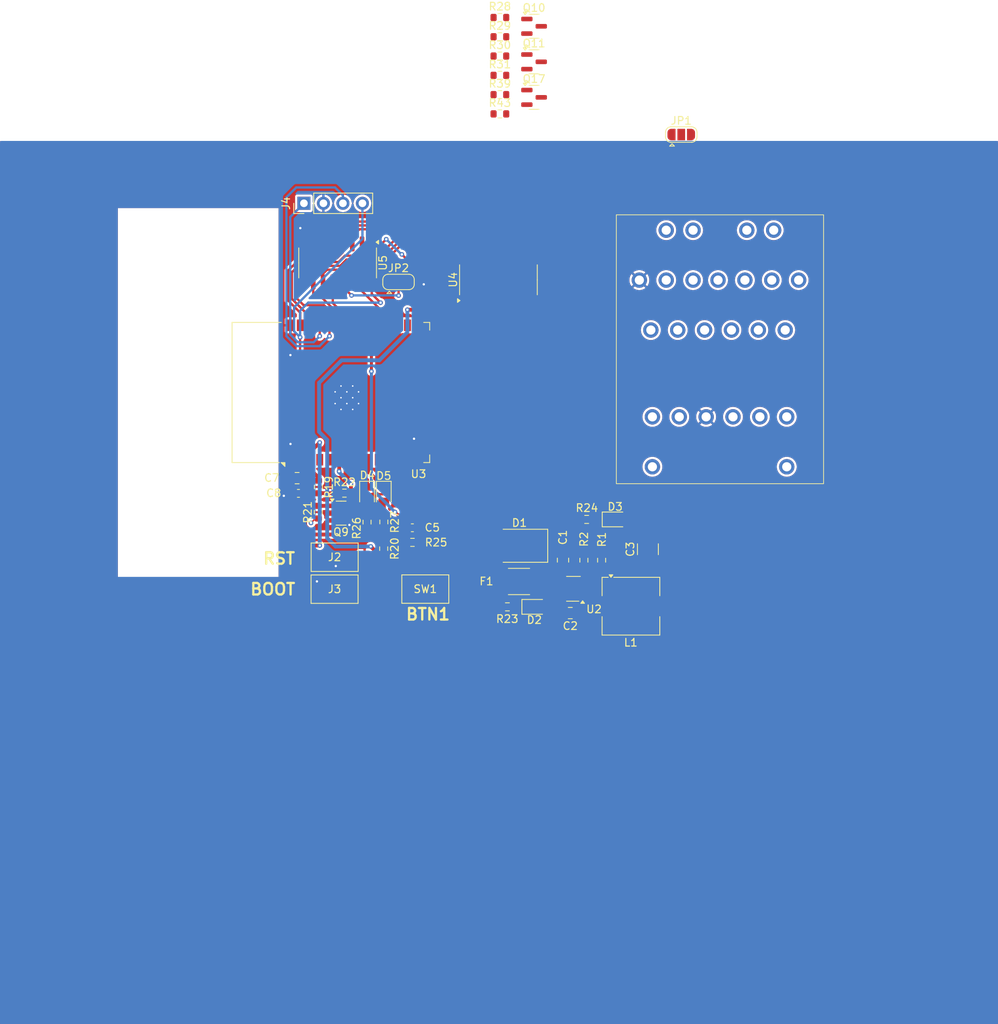
<source format=kicad_pcb>
(kicad_pcb (version 20241229) (generator "pcbnew") (generator_version "9.0")
  (layers (0 "F.Cu" signal) (2 "B.Cu" signal) (13 "F.Paste" user) (15 "B.Paste" user) (5 "F.SilkS" user "F.Silkscreen") (7 "B.SilkS" user "B.Silkscreen") (1 "F.Mask" user) (3 "B.Mask" user) (25 "Edge.Cuts" user))
  (net 0 "")
  (net 1 "Net-(D1-K)")
  (net 2 "GND")
  (net 3 "Net-(U2-CB)")
  (net 4 "Net-(U2-SW)")
  (net 5 "/3.3V")
  (net 6 "Net-(Q10-B)")
  (net 7 "Net-(U3-IO5)")
  (net 8 "Net-(D2-K)")
  (net 9 "Net-(D3-K)")
  (net 10 "/LED1")
  (net 11 "Net-(D4-A)")
  (net 12 "/LED2")
  (net 13 "Net-(D5-A)")
  (net 14 "/B+")
  (net 15 "/IG-")
  (net 16 "/FEN")
  (net 17 "/BUS+")
  (net 18 "/TSC")
  (net 19 "/TAB")
  (net 20 "/FBS")
  (net 21 "/FWS")
  (net 22 "/TEN")
  (net 23 "/TAC")
  (net 24 "/TAT")
  (net 25 "/BUSB")
  (net 26 "/MEN")
  (net 27 "/FSC")
  (net 28 "/TWS")
  (net 29 "/TBS")
  (net 30 "/FAC")
  (net 31 "/FAT")
  (net 32 "/TFA")
  (net 33 "/FAB")
  (net 34 "/BUS-")
  (net 35 "/F{slash}P")
  (net 36 "Net-(J4-Pin_3)")
  (net 37 "Net-(J4-Pin_1)")
  (net 38 "Net-(U2-FB)")
  (net 39 "Net-(J2-Pin_2)")
  (net 40 "Net-(J3-Pin_2)")
  (net 41 "/FAB3V3")
  (net 42 "/FAT3V3")
  (net 43 "/FBS3V3")
  (net 44 "/FSC3V3")
  (net 45 "/FEN3V3")
  (net 46 "/FAC3V3")
  (net 51 "/ESP32_TAT")
  (net 53 "/ESP32_TSC")
  (net 54 "/ESP32_TEN")
  (net 57 "/ESP32_TAB")
  (net 59 "/ESP32_TAC")
  (net 61 "/ESP32_TFA")
  (net 63 "/IG-3V3")
  (net 65 "/ESP32_FP")
  (net 66 "/ESP32_TBS")
  (net 67 "Net-(Q11-B)")
  (net 68 "Net-(Q17-B)")
  (net 69 "Net-(JP1-C)")
  (net 70 "Net-(JP2-C)")
  (net 71 "Net-(Q9-B)")
  (footprint "Package_SO:SOIC-16_3.9x9.9mm_P1.27mm" (layer "F.Cu") (at 93.98 55.88 -90)
    (property "Reference" "U5")
    (property "Value" "MC14504B")
  )
  (footprint "Package_TO_SOT_SMD:SOT-23-6_Handsoldering" (layer "F.Cu") (at 124.695 98.3025 180)
    (property "Reference" "U2")
    (property "Value" "~")
  )
  (footprint "Resistor_SMD:R_0603_1608Metric" (layer "F.Cu") (at 115.115 28.955)
    (property "Reference" "R30")
    (property "Value" "1k")
  )
  (footprint "Resistor_SMD:R_0603_1608Metric_Pad0.98x0.95mm_HandSolder" (layer "F.Cu") (at 128.365 94.58 -90)
    (property "Reference" "R1")
    (property "Value" "47k")
  )
  (footprint "Capacitor_SMD:C_0603_1608Metric" (layer "F.Cu") (at 103.715 90.36)
    (property "Reference" "C5")
    (property "Value" "100nF")
  )
  (footprint "Capacitor_SMD:C_0805_2012Metric" (layer "F.Cu") (at 123.335 94.5725 -90)
    (property "Reference" "C1")
    (property "Value" "2.2uF")
  )
  (footprint "Resistor_SMD:R_0603_1608Metric" (layer "F.Cu") (at 115.115 31.465)
    (property "Reference" "R31")
    (property "Value" "10k")
  )
  (footprint "Package_TO_SOT_SMD:SOT-23" (layer "F.Cu") (at 119.565 34.33)
    (property "Reference" "Q17")
    (property "Value" "Q_NPN_BEC")
  )
  (footprint "Resistor_SMD:R_0603_1608Metric_Pad0.98x0.95mm_HandSolder" (layer "F.Cu") (at 126.055 94.58 90)
    (property "Reference" "R2")
    (property "Value" "15k")
  )
  (footprint "Resistor_SMD:R_0603_1608Metric_Pad0.98x0.95mm_HandSolder" (layer "F.Cu") (at 116.0925 100.6525 180)
    (property "Reference" "R23")
    (property "Value" "4.7k")
  )
  (footprint "LED_SMD:LED_0805_2012Metric" (layer "F.Cu") (at 99.99 85.9925 -90)
    (property "Reference" "D5")
    (property "Value" "YELLOW_LED")
  )
  (footprint "Capacitor_SMD:C_0805_2012Metric" (layer "F.Cu") (at 88.7 83.9 180)
    (property "Reference" "C7")
    (property "Value" "10uF")
  )
  (footprint "Resistor_SMD:R_0603_1608Metric" (layer "F.Cu") (at 99.98 93.075 -90)
    (property "Reference" "R20")
    (property "Value" "10k")
  )
  (footprint "Fuse:Fuse_1812_4532Metric_Pad1.30x3.40mm_HandSolder" (layer "F.Cu") (at 117.605 97.3525)
    (property "Reference" "F1")
    (property "Value" "350mA")
  )
  (footprint "Inductor_SMD:L_Coilcraft_MSS7348-XXX" (layer "F.Cu") (at 132.185 100.5675)
    (property "Reference" "L1")
    (property "Value" "15uH")
  )
  (footprint "Resistor_SMD:R_0603_1608Metric" (layer "F.Cu") (at 115.115 26.445)
    (property "Reference" "R29")
    (property "Value" "10k")
  )
  (footprint "Resistor_SMD:R_0603_1608Metric" (layer "F.Cu") (at 103.725 92.26)
    (property "Reference" "R25")
    (property "Value" "10k")
  )
  (footprint "Resistor_SMD:R_0603_1608Metric_Pad0.98x0.95mm_HandSolder" (layer "F.Cu") (at 97.81 89.6225 -90)
    (property "Reference" "R26")
    (property "Value" "470")
  )
  (footprint "Package_TO_SOT_SMD:SOT-23" (layer "F.Cu") (at 119.565 25.08)
    (property "Reference" "Q10")
    (property "Value" "Q_NPN_BEC")
  )
  (footprint "Jumper:SolderJumper-3_P1.3mm_Open_RoundedPad1.0x1.5mm" (layer "F.Cu") (at 101.91 58.36)
    (property "Reference" "JP2")
    (property "Value" "SolderJumper_3_Open")
  )
  (footprint "LED_SMD:LED_0805_2012Metric" (layer "F.Cu") (at 130.1275 89.2725)
    (property "Reference" "D3")
    (property "Value" "YELLOW_LED")
  )
  (footprint "Capacitor_SMD:C_0603_1608Metric" (layer "F.Cu") (at 88.875 85.88 180)
    (property "Reference" "C8")
    (property "Value" "100nF")
  )
  (footprint "Package_TO_SOT_SMD:SOT-23" (layer "F.Cu") (at 94.4325 88.45)
    (property "Reference" "Q9")
    (property "Value" "Q_NPN_BEC")
  )
  (footprint "Package_SO:SOIC-16_3.9x9.9mm_P1.27mm" (layer "F.Cu") (at 114.925 58.08 90)
    (property "Reference" "U4")
    (property "Value" "MC14504B")
  )
  (footprint "LED_SMD:LED_0805_2012Metric" (layer "F.Cu") (at 97.81 85.9875 -90)
    (property "Reference" "D4")
    (property "Value" "YELLOW_LED")
  )
  (footprint "Capacitor_SMD:C_0805_2012Metric" (layer "F.Cu") (at 124.285 101.4625 180)
    (property "Reference" "C2")
    (property "Value" "100nF")
  )
  (footprint "mykicad_6:MazdaNADiag" (layer "F.Cu") (at 143.53 64.62)
    (property "Reference" "J1" (hide yes))
    (property "Value" "Conn_01x25" (hide yes))
  )
  (footprint "Capacitor_SMD:C_1210_3225Metric_Pad1.33x2.70mm_HandSolder" (layer "F.Cu") (at 134.395 93.1525 90)
    (property "Reference" "C3")
    (property "Value" "22uF")
  )
  (footprint "Resistor_SMD:R_0603_1608Metric_Pad0.98x0.95mm_HandSolder" (layer "F.Cu") (at 100 89.6025 -90)
    (property "Reference" "R27")
    (property "Value" "470")
  )
  (footprint "Package_TO_SOT_SMD:SOT-23" (layer "F.Cu") (at 119.565 29.705)
    (property "Reference" "Q11")
    (property "Value" "Q_NPN_BEC")
  )
  (footprint "Connector_PinHeader_2.54mm:PinHeader_1x04_P2.54mm_Vertical" (layer "F.Cu") (at 89.59 48.12 90)
    (property "Reference" "J4")
    (property "Value" "UART")
  )
  (footprint "RF_Module:ESP32-WROOM-32" (layer "F.Cu") (at 96.09 72.75 90)
    (property "Reference" "U3")
    (property "Value" "ESP32-WROOM-32")
  )
  (footprint "Button_Switch_SMD:SW_SPST_CK_RS282G05A3" (layer "F.Cu") (at 105.4 98.34)
    (property "Reference" "SW1")
    (property "Value" "SW_Push")
  )
  (footprint "Button_Switch_SMD:SW_SPST_CK_RS282G05A3" (layer "F.Cu") (at 93.59 94.19 180)
    (property "Reference" "J2")
    (property "Value" "RST")
  )
  (footprint "Resistor_SMD:R_0603_1608Metric" (layer "F.Cu") (at 115.115 23.935)
    (property "Reference" "R28")
    (property "Value" "1k")
  )
  (footprint "Resistor_SMD:R_0603_1608Metric_Pad0.98x0.95mm_HandSolder" (layer "F.Cu") (at 126.4175 89.2725 180)
    (property "Reference" "R24")
    (property "Value" "470")
  )
  (footprint "Resistor_SMD:R_0603_1608Metric" (layer "F.Cu") (at 115.115 33.975)
    (property "Reference" "R39")
    (property "Value" "1k")
  )
  (footprint "Resistor_SMD:R_0603_1608Metric" (layer "F.Cu") (at 91.48 85.045 90)
    (property "Reference" "R19")
    (property "Value" "10k")
  )
  (footprint "Resistor_SMD:R_0603_1608Metric" (layer "F.Cu") (at 94.865 85.85)
    (property "Reference" "R22")
    (property "Value" "10k")
  )
  (footprint "Button_Switch_SMD:SW_SPST_CK_RS282G05A3" (layer "F.Cu") (at 93.58 98.35)
    (property "Reference" "J3")
    (property "Value" "BOOT")
  )
  (footprint "Jumper:SolderJumper-3_P1.3mm_Open_RoundedPad1.0x1.5mm" (layer "F.Cu") (at 138.74 39.17)
    (property "Reference" "JP1")
    (property "Value" "SolderJumper_3_Open")
  )
  (footprint "Diode_SMD:D_SMB" (layer "F.Cu") (at 117.685 92.7025 180)
    (property "Reference" "D1")
    (property "Value" "D")
  )
  (footprint "LED_SMD:LED_0805_2012Metric" (layer "F.Cu") (at 119.6675 100.6525)
    (property "Reference" "D2")
    (property "Value" "RED_LED")
  )
  (footprint "Resistor_SMD:R_0603_1608Metric" (layer "F.Cu") (at 115.115 36.485)
    (property "Reference" "R43")
    (property "Value" "10k")
  )
  (footprint "Resistor_SMD:R_0603_1608Metric" (layer "F.Cu") (at 91.46 88.33 90)
    (property "Reference" "R21")
    (property "Value" "1k")
  )
  (gr_text "BOOT" (at 82.44 99.24 0) (layer "F.SilkS") (effects (font (size 1.5 1.5) (thickness 0.3) (bold yes)) (justify left bottom)))
  (gr_text "RST\n" (at 84.12 95.24 0) (layer "F.SilkS") (effects (font (size 1.5 1.5) (thickness 0.3) (bold yes)) (justify left bottom)))
  (gr_text "BTN1" (at 102.73 102.5 0) (layer "F.SilkS") (effects (font (size 1.5 1.5) (thickness 0.3) (bold yes)) (justify left bottom)))
  (segment (start 120.605 100.6525) (end 119.805 99.8525) (width 0.3) (layer "F.Cu") (net 1))
  (segment (start 119.83 97.3525) (end 123.345 97.3525) (width 0.5) (layer "F.Cu") (net 1))
  (segment (start 119.805 99.8525) (end 119.805 97.3775) (width 0.3) (layer "F.Cu") (net 1))
  (segment (start 119.83 97.3525) (end 119.83 92.7075) (width 0.8) (layer "F.Cu") (net 1))
  (segment (start 119.83 92.7075) (end 119.835 92.7025) (width 0.8) (layer "F.Cu") (net 1))
  (segment (start 123.335 97.3425) (end 123.345 97.3525) (width 0.5) (layer "F.Cu") (net 1))
  (segment (start 119.805 97.3775) (end 119.83 97.3525) (width 0.3) (layer "F.Cu") (net 1))
  (segment (start 123.335 95.5225) (end 123.335 97.3425) (width 0.5) (layer "F.Cu") (net 1))
  (segment (start 94.92 89.4) (end 95.51 89.99) (width 0.5) (layer "F.Cu") (net 2))
  (segment (start 97.49 94.19) (end 97.45 94.15) (width 0.5) (layer "F.Cu") (net 2))
  (segment (start 89.69 98.36) (end 90.26 98.36) (width 0.5) (layer "F.Cu") (net 2))
  (segment (start 90.26 98.36) (end 91.28 97.34) (width 0.5) (layer "F.Cu") (net 2))
  (segment (start 89.535 51.765) (end 89.12 51.35) (width 0.3) (layer "F.Cu") (net 2))
  (segment (start 89.535 53.405) (end 89.535 51.765) (width 0.3) (layer "F.Cu") (net 2))
  (segment (start 87.83 81.51) (end 87.84 81.5) (width 0.5) (layer "F.Cu") (net 2))
  (segment (start 93.495 89.4) (end 94.92 89.4) (width 0.5) (layer "F.Cu") (net 2))
  (segment (start 94.93 94.15) (end 93.74 95.34) (width 0.5) (layer "F.Cu") (net 2))
  (segment (start 88.1 85.88) (end 87.29 85.88) (width 0.5) (layer "F.Cu") (net 2))
  (segment (start 103.21 58.36) (end 104.89 58.36) (width 0.7) (layer "F.Cu") (net 2))
  (segment (start 104.24 78.46) (end 103.93 78.77) (width 0.3) (layer "F.Cu") (net 2))
  (segment (start 87.83 64.01) (end 87.84 64) (width 0.3) (layer "F.Cu") (net 2))
  (segment (start 89.68 98.35) (end 89.69 98.36) (width 0.5) (layer "F.Cu") (net 2))
  (segment (start 87.83 67.88) (end 87.83 64.01) (width 0.3) (layer "F.Cu") (net 2))
  (segment (start 97.45 94.15) (end 94.93 94.15) (width 0.5) (layer "F.Cu") (net 2))
  (segment (start 105.6 78.46) (end 104.24 78.46) (width 0.3) (layer "F.Cu") (net 2))
  (segment (start 87.29 85.88) (end 86.97 86.2) (width 0.5) (layer "F.Cu") (net 2))
  (segment (start 104.89 58.36) (end 105.2 58.67) (width 0.7) (layer "F.Cu") (net 2))
  (segment (start 87.84 81.5) (end 87.84 79.45) (width 0.5) (layer "F.Cu") (net 2))
  (via (at 105.2 58.67) (size 0.6) (drill 0.3) (layers "F.Cu" "B.Cu") (net 2))
  (via (at 103.93 78.77) (size 0.6) (drill 0.3) (layers "F.Cu" "B.Cu") (net 2))
  (via (at 89.12 51.35) (size 0.6) (drill 0.3) (layers "F.Cu" "B.Cu") (net 2))
  (via (at 87.83 67.88) (size 0.6) (drill 0.3) (layers "F.Cu" "B.Cu") (net 2))
  (via (at 86.97 86.2) (size 0.6) (drill 0.3) (layers "F.Cu" "B.Cu") (net 2))
  (via (at 91.28 97.34) (size 0.6) (drill 0.3) (layers "F.Cu" "B.Cu") (net 2))
  (via (at 93.74 95.34) (size 0.6) (drill 0.3) (layers "F.Cu" "B.Cu") (net 2))
  (via (at 95.51 89.99) (size 0.6) (drill 0.3) (layers "F.Cu" "B.Cu") (net 2))
  (via (at 87.84 79.45) (size 0.6) (drill 0.3) (layers "F.Cu" "B.Cu") (net 2))
  (segment (start 126.045 100.6525) (end 125.235 101.4625) (width 0.5) (layer "F.Cu") (net 3))
  (segment (start 126.045 99.2525) (end 126.045 100.6525) (width 0.5) (layer "F.Cu") (net 3))
  (segment (start 123.335 101.4625) (end 123.335 103.3825) (width 0.7) (layer "F.Cu") (net 4))
  (segment (start 123.335 103.3825) (end 124.125 104.1725) (width 0.7) (layer "F.Cu") (net 4))
  (segment (start 124.125 104.1725) (end 128.625 104.1725) (width 0.7) (layer "F.Cu") (net 4))
  (segment (start 129.585 103.2125) (end 129.585 100.5675) (width 0.7) (layer "F.Cu") (net 4))
  (segment (start 128.625 104.1725) (end 129.585 103.2125) (width 0.7) (layer "F.Cu") (net 4))
  (segment (start 123.345 101.4525) (end 123.335 101.4625) (width 0.7) (layer "F.Cu") (net 4))
  (segment (start 123.335 99.2625) (end 123.345 99.2525) (width 0.5) (layer "F.Cu") (net 4))
  (segment (start 123.345 99.2525) (end 123.345 101.4525) (width 0.7) (layer "F.Cu") (net 4))
  (segment (start 89.09 65.56) (end 89.09 81.48) (width 0.3) (layer "F.Cu") (net 5))
  (segment (start 90.9 91.24) (end 89.65 89.99) (width 0.5) (layer "F.Cu") (net 5))
  (segment (start 99.98 92.25) (end 99.98 90.535) (width 0.5) (layer "F.Cu") (net 5))
  (segment (start 89.11 83.36) (end 89.11 81.5) (width 0.5) (layer "F.Cu") (net 5))
  (segment (start 131.1775 94.715) (end 130.13 93.6675) (width 0.7) (layer "F.Cu") (net 5))
  (segment (start 91.5 85.85) (end 91.48 85.87) (width 0.5) (layer "F.Cu") (net 5))
  (segment (start 87.55 92.09) (end 89.65 89.99) (width 0.7) (layer "F.Cu") (net 5))
  (segment (start 99.99 92.26) (end 99.98 92.25) (width 0.5) (layer "F.Cu") (net 5))
  (segment (start 131.065 92.7325) (end 130.13 93.6675) (width 0.7) (layer "F.Cu") (net 5))
  (segment (start 97.69 91.24) (end 90.9 91.24) (width 0.5) (layer "F.Cu") (net 5))
  (segment (start 134.785 100.5675) (end 134.785 95.105) (width 0.7) (layer "F.Cu") (net 5))
  (segment (start 97.69 91.24) (end 97.81 91.12) (width 0.5) (layer "F.Cu") (net 5))
  (segment (start 89.65 85.88) (end 89.65 83.9) (width 0.5) (layer "F.Cu") (net 5))
  (segment (start 97.81 90.535) (end 97.81 90.64) (width 0.5) (layer "F.Cu") (net 5))
  (segment (start 128.365 93.6675) (end 130.13 93.6675) (width 0.7) (layer "F.Cu") (net 5))
  (segment (start 91.48 85.87) (end 89.66 85.87) (width 0.5) (layer "F.Cu") (net 5))
  (segment (start 97.81 90.64) (end 97.77 90.68) (width 0.5) (layer "F.Cu") (net 5))
  (segment (start 89.66 85.87) (end 89.65 85.88) (width 0.5) (layer "F.Cu") (net 5))
  (segment (start 134.785 104.925) (end 134.15 105.56) (width 0.7) (layer "F.Cu") (net 5))
  (segment (start 131.065 89.2725) (end 131.065 92.7325) (width 0.7) (layer "F.Cu") (net 5))
  (segment (start 97.81 90.535) (end 99.98 90.535) (width 0.5) (layer "F.Cu") (net 5))
  (segment (start 99.98 90.535) (end 100 90.515) (width 0.5) (layer "F.Cu") (net 5))
  (segment (start 98.425 59.91576) (end 99.56962 61.06038) (width 0.3) (layer "F.Cu") (net 5))
  (segment (start 97.81 91.12) (end 97.81 90.535) (width 0.5) (layer "F.Cu") (net 5))
  (segment (start 134.395 94.715) (end 131.1775 94.715) (width 0.7) (layer "F.Cu") (net 5))
  (segment (start 102.9 92.26) (end 99.99 92.26) (width 0.5) (layer "F.Cu") (net 5))
  (segment (start 89.35 105.56) (end 87.55 103.76) (width 0.7) (layer "F.Cu") (net 5))
  (segment (start 98.425 58.355) (end 98.425 59.91576) (width 0.3) (layer "F.Cu") (net 5))
  (segment (start 89.09 81.48) (end 89.11 81.5) (width 0.3) (layer "F.Cu") (net 5))
  (segment (start 89.65 89.99) (end 89.65 85.88) (width 0.7) (layer "F.Cu") (net 5))
  (segment (start 89.65 83.9) (end 89.11 83.36) (width 0.5) (layer "F.Cu") (net 5))
  (segment (start 134.15 105.56) (end 89.35 105.56) (width 0.7) (layer "F.Cu") (net 5))
  (segment (start 134.785 100.5675) (end 134.785 104.925) (width 0.7) (layer "F.Cu") (net 5))
  (segment (start 100.61 58.36) (end 98.43 58.36) (width 0.3) (layer "F.Cu") (net 5))
  (segment (start 87.55 103.76) (end 87.55 92.09) (width 0.7) (layer "F.Cu") (net 5))
  (segment (start 98.43 58.36) (end 98.425 58.355) (width 0.3) (layer "F.Cu") (net 5))
  (segment (start 94.04 85.85) (end 91.5 85.85) (width 0.5) (layer "F.Cu") (net 5))
  (segment (start 134.785 95.105) (end 134.395 94.715) (width 0.7) (layer "F.Cu") (net 5))
  (via (at 89.09 65.56) (size 0.6) (drill 0.3) (layers "F.Cu" "B.Cu") (net 5))
  (via (at 99.56962 61.06038) (size 0.6) (drill 0.3) (layers "F.Cu" "B.Cu") (net 5))
  (segment (start 88.31 64.78) (end 88.31 61.66) (width 0.3) (layer "B.Cu") (net 5))
  (segment (start 88.31 61.66) (end 97.21 52.76) (width 0.3) (layer "B.Cu") (net 5))
  (segment (start 89.09 62.11) (end 90.15 61.05) (width 0.3) (layer "B.Cu") (net 5))
  (segment (start 90.15 61.05) (end 99.55924 61.05) (width 0.3) (layer "B.Cu") (net 5))
  (segment (start 89.09 65.56) (end 88.31 64.78) (width 0.3) (layer "B.Cu") (net 5))
  (segment (start 89.09 65.56) (end 89.09 62.11) (width 0.3) (layer "B.Cu") (net 5))
  (segment (start 97.21 52.76) (end 97.21 48.12) (width 0.3) (layer "B.Cu") (net 5))
  (segment (start 99.55924 61.05) (end 99.56962 61.06038) (width 0.3) (layer "B.Cu") (net 5))
  (segment (start 101.84 88.69) (end 102.82 88.69) (width 0.4) (layer "F.Cu") (net 7))
  (segment (start 98.38 70) (end 98.38 66.75) (width 0.4) (layer "F.Cu") (net 7))
  (segment (start 101.45 88.3) (end 101.84 88.69) (width 0.4) (layer "F.Cu") (net 7))
  (segment (start 104.55 93.16) (end 104.55 92.26) (width 0.5) (layer "F.Cu") (net 7))
  (segment (start 101.5 98.34) (end 101.5 96.21) (width 0.5) (layer "F.Cu") (net 7))
  (segment (start 101.45 88.3) (end 101.45 88.31) (width 0.4) (layer "F.Cu") (net 7))
  (segment (start 99.27 65.86) (end 99.27 64) (width 0.4) (layer "F.Cu") (net 7))
  (segment (start 98.38 66.75) (end 99.27 65.86) (width 0.4) (layer "F.Cu") (net 7))
  (segment (start 104.55 92.26) (end 104.55 90.42) (width 0.5) (layer "F.Cu") (net 7))
  (segment (start 102.82 88.69) (end 104.49 90.36) (width 0.4) (layer "F.Cu") (net 7))
  (segment (start 101.5 96.21) (end 104.55 93.16) (width 0.5) (layer "F.Cu") (net 7))
  (segment (start 104.55 90.42) (end 104.49 90.36) (width 0.5) (layer "F.Cu") (net 7))
  (via (at 98.38 70) (size 0.6) (drill 0.3) (layers "F.Cu" "B.Cu") (net 7))
  (via (at 101.45 88.31) (size 0.6) (drill 0.3) (layers "F.Cu" "B.Cu") (net 7))
  (segment (start 101.45 88.31) (end 98.38 85.24) (width 0.4) (layer "B.Cu") (net 7))
  (segment (start 98.38 85.24) (end 98.38 70) (width 0.4) (layer "B.Cu") (net 7))
  (segment (start 117.005 100.6525) (end 118.73 100.6525) (width 0.3) (layer "F.Cu") (net 8))
  (segment (start 127.33 89.2725) (end 129.19 89.2725) (width 0.7) (layer "F.Cu") (net 9))
  (segment (start 97.81 85.05) (end 97.81 84.13) (width 0.5) (layer "F.Cu") (net 10))
  (segment (start 97.81 84.13) (end 96.73 83.05) (width 0.5) (layer "F.Cu") (net 10))
  (segment (start 96.73 83.05) (end 96.73 81.5) (width 0.5) (layer "F.Cu") (net 10))
  (segment (start 97.81 88.71) (end 97.81 86.925) (width 0.5) (layer "F.Cu") (net 11))
  (segment (start 98 81.5) (end 98 83.07) (width 0.5) (layer "F.Cu") (net 12))
  (segment (start 98 83.07) (end 99.985 85.055) (width 0.5) (layer "F.Cu") (net 12))
  (segment (start 99.985 85.055) (end 99.99 85.055) (width 0.5) (layer "F.Cu") (net 12))
  (segment (start 100 88.69) (end 100 86.94) (width 0.5) (layer "F.Cu") (net 13))
  (segment (start 100 86.94) (end 99.99 86.93) (width 0.5) (layer "F.Cu") (net 13))
  (segment (start 99.705 53.405) (end 100.31 52.8) (width 0.3) (layer "F.Cu") (net 14))
  (segment (start 98.425 53.405) (end 99.705 53.405) (width 0.3) (layer "F.Cu") (net 14))
  (segment (start 110.475 55.6) (end 110.48 55.605) (width 0.3) (layer "F.Cu") (net 14))
  (segment (start 102.34 54.77) (end 103.17 55.6) (width 0.3) (layer "F.Cu") (net 14))
  (segment (start 99.827 52.003) (end 106.15 52.003) (width 0.3) (layer "F.Cu") (net 14))
  (segment (start 103.17 55.6) (end 110.475 55.6) (width 0.3) (layer "F.Cu") (net 14))
  (segment (start 98.425 53.405) (end 99.827 52.003) (width 0.3) (layer "F.Cu") (net 14))
  (via (at 102.34 54.77) (size 0.6) (drill 0.3) (layers "F.Cu" "B.Cu") (net 14))
  (via (at 100.31 52.8) (size 0.6) (drill 0.3) (layers "F.Cu" "B.Cu") (net 14))
  (segment (start 102.28 54.77) (end 102.34 54.77) (width 0.3) (layer "B.Cu") (net 14))
  (segment (start 100.31 52.8) (end 102.28 54.77) (width 0.3) (layer "B.Cu") (net 14))
  (segment (start 91.46 89.155) (end 91.085 89.155) (width 0.2) (layer "F.Cu") (net 15))
  (segment (start 91.085 89.155) (end 90.51 89.73) (width 0.2) (layer "F.Cu") (net 15))
  (via (at 90.51 89.73) (size 0.6) (drill 0.3) (layers "F.Cu" "B.Cu") (net 15))
  (segment (start 95.885 52.430001) (end 96.813001 51.502) (width 0.3) (layer "F.Cu") (net 16))
  (segment (start 96.813001 51.502) (end 106.17 51.502) (width 0.3) (layer "F.Cu") (net 16))
  (segment (start 95.885 53.405) (end 95.885 52.430001) (width 0.3) (layer "F.Cu") (net 16))
  (segment (start 118.63 57.932) (end 119.439201 57.932) (width 0.3) (layer "F.Cu") (net 18))
  (segment (start 116.57 58.408239) (end 117.046239 57.932) (width 0.3) (layer "F.Cu") (net 18))
  (segment (start 119.439201 57.932) (end 120.250199 57.121) (width 0.3) (layer "F.Cu") (net 18))
  (segment (start 117.046239 57.932) (end 118.63 57.932) (width 0.3) (layer "F.Cu") (net 18))
  (segment (start 116.57 58.41) (end 116.57 58.408239) (width 0.3) (layer "F.Cu") (net 18))
  (segment (start 114.905 58.935) (end 116.045 58.935) (width 0.3) (layer "F.Cu") (net 18))
  (segment (start 114.29 59.55) (end 114.905 58.935) (width 0.3) (layer "F.Cu") (net 18))
  (segment (start 116.045 58.935) (end 116.57 58.41) (width 0.3) (layer "F.Cu") (net 18))
  (segment (start 120.250199 57.121) (end 124.62 57.121) (width 0.3) (layer "F.Cu") (net 18))
  (segment (start 114.29 60.555) (end 114.29 59.55) (width 0.3) (layer "F.Cu") (net 18))
  (segment (start 117.253759 58.433) (end 119.646723 58.433) (width 0.3) (layer "F.Cu") (net 19))
  (segment (start 120.45772 57.622) (end 124.59 57.622) (width 0.3) (layer "F.Cu") (net 19))
  (segment (start 119.646723 58.433) (end 120.45772 57.622) (width 0.3) (layer "F.Cu") (net 19))
  (segment (start 116.83 58.856759) (end 117.253759 58.433) (width 0.3) (layer "F.Cu") (net 19))
  (segment (start 116.83 60.555) (end 116.83 58.856759) (width 0.3) (layer "F.Cu") (net 19))
  (segment (start 93.345 52.430001) (end 94.774001 51.001) (width 0.3) (layer "F.Cu") (net 20))
  (segment (start 93.345 53.405) (end 93.345 52.430001) (width 0.3) (layer "F.Cu") (net 20))
  (segment (start 94.774001 51.001) (end 106.13 51.001) (width 0.3) (layer "F.Cu") (net 20))
  (segment (start 111.75 59.580001) (end 112.896001 58.434) (width 0.3) (layer "F.Cu") (net 22))
  (segment (start 117.399199 57.432) (end 117.400199 57.431) (width 0.3) (layer "F.Cu") (net 22))
  (segment (start 115.835719 58.434) (end 116.837719 57.432) (width 0.3) (layer "F.Cu") (net 22))
  (segment (start 116.837719 57.432) (end 117.399199 57.432) (width 0.3) (layer "F.Cu") (net 22))
  (segment (start 120.021 56.62) (end 124.64 56.62) (width 0.3) (layer "F.Cu") (net 22))
  (segment (start 120.021 56.641678) (end 120.021 56.62) (width 0.3) (layer "F.Cu") (net 22))
  (segment (start 111.75 60.555) (end 111.75 59.580001) (width 0.3) (layer "F.Cu") (net 22))
  (segment (start 117.400199 57.431) (end 119.231679 57.431) (width 0.3) (layer "F.Cu") (net 22))
  (segment (start 119.231679 57.431) (end 120.021 56.641678) (width 0.3) (layer "F.Cu") (net 22))
  (segment (start 112.896001 58.434) (end 115.835719 58.434) (width 0.3) (layer "F.Cu") (net 22))
  (segment (start 97.102561 56.443) (end 97.103561 56.442) (width 0.3) (layer "F.Cu") (net 27))
  (segment (start 95.885 57.015) (end 96.457 56.443) (width 0.3) (layer "F.Cu") (net 27))
  (segment (start 99.35652 56.442) (end 102.26652 53.532) (width 0.3) (layer "F.Cu") (net 27))
  (segment (start 102.42496 53.532) (end 102.43296 53.54) (width 0.3) (layer "F.Cu") (net 27))
  (segment (start 95.885 58.355) (end 95.885 57.015) (width 0.3) (layer "F.Cu") (net 27))
  (segment (start 102.26652 53.532) (end 102.42496 53.532) (width 0.3) (layer "F.Cu") (net 27))
  (segment (start 102.43296 53.54) (end 104.41 53.54) (width 0.3) (layer "F.Cu") (net 27))
  (segment (start 97.103561 56.442) (end 99.35652 56.442) (width 0.3) (layer "F.Cu") (net 27))
  (segment (start 104.41 53.54) (end 106.23 53.54) (width 0.3) (layer "F.Cu") (net 27))
  (segment (start 96.457 56.443) (end 97.102561 56.443) (width 0.3) (layer "F.Cu") (net 27))
  (segment (start 96.687521 55.441) (end 96.68852 55.44) (width 0.3) (layer "F.Cu") (net 30))
  (segment (start 95.13752 55.441) (end 96.687521 55.441) (width 0.3) (layer "F.Cu") (net 30))
  (segment (start 98.87 55.44) (end 101.8 52.51) (width 0.3) (layer "F.Cu") (net 30))
  (segment (start 101.8 52.51) (end 106.1 52.51) (width 0.3) (layer "F.Cu") (net 30))
  (segment (start 89.535 58.355) (end 89.535 57.380001) (width 0.3) (layer "F.Cu") (net 30))
  (segment (start 90.652001 56.263) (end 94.315521 56.263) (width 0.3) (layer "F.Cu") (net 30))
  (segment (start 94.315521 56.263) (end 95.13752 55.441) (width 0.3) (layer "F.Cu") (net 30))
  (segment (start 89.535 57.380001) (end 90.652001 56.263) (width 0.3) (layer "F.Cu") (net 30))
  (segment (start 106.1 52.51) (end 106.12 52.53) (width 0.3) (layer "F.Cu") (net 30))
  (segment (start 96.68852 55.44) (end 98.87 55.44) (width 0.3) (layer "F.Cu") (net 30))
  (segment (start 90.805 51.445) (end 91.75 50.5) (width 0.3) (layer "F.Cu") (net 31))
  (segment (start 90.805 53.405) (end 90.805 51.445) (width 0.3) (layer "F.Cu") (net 31))
  (segment (start 106.15 50.5) (end 106.17 50.48) (width 0.3) (layer "F.Cu") (net 31))
  (segment (start 91.75 50.5) (end 106.15 50.5) (width 0.3) (layer "F.Cu") (net 31))
  (segment (start 99.149 55.941) (end 101.49 53.6) (width 0.3) (layer "F.Cu") (net 33))
  (segment (start 102.059 53.031) (end 106.01 53.031) (width 0.3) (layer "F.Cu") (net 33))
  (segment (start 96.896042 55.941) (end 99.149 55.941) (width 0.3) (layer "F.Cu") (net 33))
  (segment (start 92.075 57.295) (end 92.606 56.764) (width 0.3) (layer "F.Cu") (net 33))
  (segment (start 94.523043 56.764) (end 95.34504 55.942) (width 0.3) (layer "F.Cu") (net 33))
  (segment (start 92.606 56.764) (end 94.523043 56.764) (width 0.3) (layer "F.Cu") (net 33))
  (segment (start 106.01 53.031) (end 106.1 53.030999) (width 0.3) (layer "F.Cu") (net 33))
  (segment (start 95.34504 55.942) (end 96.895041 55.942) (width 0.3) (layer "F.Cu") (net 33))
  (segment (start 92.075 58.355) (end 92.075 57.295) (width 0.3) (layer "F.Cu") (net 33))
  (segment (start 101.49 53.6) (end 102.059 53.031) (width 0.3) (layer "F.Cu") (net 33))
  (segment (start 96.895041 55.942) (end 96.896042 55.941) (width 0.3) (layer "F.Cu") (net 33))
  (segment (start 92.92 64) (end 92.92 65.41) (width 0.3) (layer "F.Cu") (net 36))
  (via (at 92.92 65.41) (size 0.6) (drill 0.3) (layers "F.Cu" "B.Cu") (net 36))
  (segment (start 91.618 66.712) (end 88.612826 66.712) (width 0.3) (layer "B.Cu") (net 36))
  (segment (start 94.67 47.09) (end 94.67 48.12) (width 0.3) (layer "B.Cu") (net 36))
  (segment (start 92.92 65.41) (end 91.618 66.712) (width 0.3) (layer "B.Cu") (net 36))
  (segment (start 87.308 47.342) (end 88.59 46.06) (width 0.3) (layer "B.Cu") (net 36))
  (segment (start 88.612826 66.712) (end 87.308 65.407175) (width 0.3) (layer "B.Cu") (net 36))
  (segment (start 87.308 65.407175) (end 87.308 47.342) (width 0.3) (layer "B.Cu") (net 36))
  (segment (start 93.64 46.06) (end 94.67 47.09) (width 0.3) (layer "B.Cu") (net 36))
  (segment (start 88.59 46.06) (end 93.64 46.06) (width 0.3) (layer "B.Cu") (net 36))
  (segment (start 91.65 65.41) (end 91.65 64) (width 0.3) (layer "F.Cu") (net 37))
  (via (at 91.65 65.41) (size 0.6) (drill 0.3) (layers "F.Cu" "B.Cu") (net 37))
  (segment (start 88.820346 66.211) (end 90.849 66.211) (width 0.3) (layer "B.Cu") (net 37))
  (segment (start 87.809 49.901) (end 87.809 65.199654) (width 0.3) (layer "B.Cu") (net 37))
  (segment (start 90.849 66.211) (end 91.65 65.41) (width 0.3) (layer "B.Cu") (net 37))
  (segment (start 89.59 48.12) (end 87.809 49.901) (width 0.3) (layer "B.Cu") (net 37))
  (segment (start 87.809 65.199654) (end 88.820346 66.211) (width 0.3) (layer "B.Cu") (net 37))
  (segment (start 126.045 97.3525) (end 126.045 95.6475) (width 0.5) (layer "F.Cu") (net 38))
  (segment (start 126.055 95.4925) (end 128.365 95.4925) (width 0.5) (layer "F.Cu") (net 38))
  (segment (start 128.36 95.4975) (end 128.365 95.4925) (width 0.5) (layer "F.Cu") (net 38))
  (segment (start 91.48 84.22) (end 91.48 83.82) (width 0.5) (layer "F.Cu") (net 39))
  (segment (start 90.41 81.53) (end 90.38 81.5) (width 0.5) (layer "F.Cu") (net 39))
  (segment (start 91.64 79.26) (end 90.38 80.52) (width 0.5) (layer "F.Cu") (net 39))
  (segment (start 90.38 82.72) (end 90.38 81.5) (width 0.5) (layer "F.Cu") (net 39))
  (segment (start 90.14 92.67) (end 89.69 93.12) (width 0.5) (layer "F.Cu") (net 39))
  (segment (start 91.65 92.67) (end 90.14 92.67) (width 0.5) (layer "F.Cu") (net 39))
  (segment (start 89.69 93.12) (end 89.69 94.19) (width 0.5) (layer "F.Cu") (net 39))
  (segment (start 91.48 83.82) (end 90.38 82.72) (width 0.5) (layer "F.Cu") (net 39))
  (segment (start 90.38 80.52) (end 90.38 81.5) (width 0.5) (layer "F.Cu") (net 39))
  (via (at 91.65 92.67) (size 0.6) (drill 0.3) (layers "F.Cu" "B.Cu") (net 39))
  (via (at 91.64 79.26) (size 0.6) (drill 0.3) (layers "F.Cu" "B.Cu") (net 39))
  (segment (start 91.65 86.87) (end 91.64 86.86) (width 0.5) (layer "B.Cu") (net 39))
  (segment (start 91.65 92.67) (end 91.65 86.87) (width 0.5) (layer "B.Cu") (net 39))
  (segment (start 91.64 86.86) (end 91.64 79.26) (width 0.5) (layer "B.Cu") (net 39))
  (segment (start 99.4 93.9) (end 99.98 93.9) (width 0.5) (layer "F.Cu") (net 40))
  (segment (start 99.98 97.21) (end 99.98 93.9) (width 0.5) (layer "F.Cu") (net 40))
  (segment (start 98.83 98.36) (end 99.98 97.21) (width 0.5) (layer "F.Cu") (net 40))
  (segment (start 104.35 62.61) (end 104.35 64) (width 0.5) (layer "F.Cu") (net 40))
  (segment (start 103.07 61.98) (end 103.72 61.98) (width 0.5) (layer "F.Cu") (net 40))
  (segment (start 104.34 63.99) (end 104.35 64) (width 0.5) (layer "F.Cu") (net 40))
  (segment (start 98.83 98.36) (end 98.82 98.35) (width 0.5) (layer "F.Cu") (net 40))
  (segment (start 103.72 61.98) (end 104.35 62.61) (width 0.5) (layer "F.Cu") (net 40))
  (segment (start 98.82 98.35) (end 97.48 98.35) (width 0.5) (layer "F.Cu") (net 40))
  (segment (start 98.29 92.79) (end 99.4 93.9) (width 0.5) (layer "F.Cu") (net 40))
  (via (at 98.29 92.79) (size 0.6) (drill 0.3) (layers "F.Cu" "B.Cu") (net 40))
  (via (at 103.07 61.98) (size 0.6) (drill 0.3) (layers "F.Cu" "B.Cu") (net 40))
  (segment (start 91.56 77.86) (end 92.62 78.92) (width 0.5) (layer "B.Cu") (net 40))
  (segment (start 103.07 61.98) (end 103.07 64.9) (width 0.5) (layer "B.Cu") (net 40))
  (segment (start 103.07 64.9) (end 99.42 68.55) (width 0.5) (layer "B.Cu") (net 40))
  (segment (start 91.56 71.49) (end 91.56 77.86) (width 0.5) (layer "B.Cu") (net 40))
  (segment (start 93.71 92.79) (end 98.29 92.79) (width 0.5) (layer "B.Cu") (net 40))
  (segment (start 92.62 91.7) (end 93.71 92.79) (width 0.5) (layer "B.Cu") (net 40))
  (segment (start 92.62 78.92) (end 92.62 91.7) (width 0.5) (layer "B.Cu") (net 40))
  (segment (start 99.42 68.55) (end 94.5 68.55) (width 0.5) (layer "B.Cu") (net 40))
  (segment (start 94.5 68.55) (end 91.56 71.49) (width 0.5) (layer "B.Cu") (net 40))
  (segment (start 93.345 61.10596) (end 93.345 58.355) (width 0.3) (layer "F.Cu") (net 41))
  (segment (start 98 62.95) (end 96.92874 61.87874) (width 0.3) (layer "F.Cu") (net 41))
  (segment (start 98 64) (end 98 62.95) (width 0.3) (layer "F.Cu") (net 41))
  (segment (start 94.11778 61.87874) (end 93.345 61.10596) (width 0.3) (layer "F.Cu") (net 41))
  (segment (start 96.92874 61.87874) (end 94.11778 61.87874) (width 0.3) (layer "F.Cu") (net 41))
  (segment (start 92.075 54.595) (end 92.075 53.405) (width 0.3) (layer "F.Cu") (net 42))
  (segment (start 89.11 62.36) (end 87.518 60.767998) (width 0.3) (layer "F.Cu") (net 42))
  (segment (start 91.91 54.76) (end 92.075 54.595) (width 0.3) (layer "F.Cu") (net 42))
  (segment (start 89.64296 54.76) (end 91.91 54.76) (width 0.3) (layer "F.Cu") (net 42))
  (segment (start 87.518 56.88496) (end 89.64296 54.76) (width 0.3) (layer "F.Cu") (net 42))
  (segment (start 87.518 60.767998) (end 87.518 56.88496) (width 0.3) (layer "F.Cu") (net 42))
  (segment (start 89.11 64) (end 89.11 62.36) (width 0.3) (layer "F.Cu") (net 42))
  (segment (start 93.899 55.261) (end 94.615 54.545) (width 0.3) (layer "F.Cu") (net 43))
  (segment (start 89.85048 55.261) (end 93.899 55.261) (width 0.3) (layer "F.Cu") (net 43))
  (segment (start 90.38 62.921479) (end 88.019 60.560478) (width 0.3) (layer "F.Cu") (net 43))
  (segment (start 88.019 57.09248) (end 89.85048 55.261) (width 0.3) (layer "F.Cu") (net 43))
  (segment (start 88.019 60.560478) (end 88.019 57.09248) (width 0.3) (layer "F.Cu") (net 43))
  (segment (start 90.38 64) (end 90.38 62.921479) (width 0.3) (layer "F.Cu") (net 43))
  (segment (start 94.615 54.545) (end 94.615 53.405) (width 0.3) (layer "F.Cu") (net 43))
  (segment (start 100.54 64) (end 100.54 62.95) (width 0.3) (layer "F.Cu") (net 44))
  (segment (start 97.155 59.565) (end 97.155 58.355) (width 0.3) (layer "F.Cu") (net 44))
  (segment (start 100.54 62.95) (end 97.155 59.565) (width 0.3) (layer "F.Cu") (net 44))
  (segment (start 89.553521 61.386479) (end 88.52 60.352958) (width 0.3) (layer "F.Cu") (net 45))
  (segment (start 88.52 57.3) (end 90.058 55.762) (width 0.3) (layer "F.Cu") (net 45))
  (segment (start 88.52 60.352958) (end 88.52 57.3) (width 0.3) (layer "F.Cu") (net 45))
  (segment (start 94.108 55.762) (end 94.93 54.94) (width 0.3) (layer "F.Cu") (net 45))
  (segment (start 94.19 63.368) (end 92.208479 61.386479) (width 0.3) (layer "F.Cu") (net 45))
  (segment (start 94.93 54.94) (end 96.48 54.94) (width 0.3) (layer "F.Cu") (net 45))
  (segment (start 92.208479 61.386479) (end 89.553521 61.386479) (width 0.3) (layer "F.Cu") (net 45))
  (segment (start 97.155 54.265) (end 97.155 53.405) (width 0.3) (layer "F.Cu") (net 45))
  (segment (start 90.058 55.762) (end 94.108 55.762) (width 0.3) (layer "F.Cu") (net 45))
  (segment (start 96.48 54.94) (end 97.155 54.265) (width 0.3) (layer "F.Cu") (net 45))
  (segment (start 94.19 64) (end 94.19 63.368) (width 0.3) (layer "F.Cu") (net 45))
  (segment (start 91.94052 60.41) (end 91.11 60.41) (width 0.3) (layer "F.Cu") (net 46))
  (segment (start 96.15974 62.37974) (end 93.91026 62.37974) (width 0.3) (layer "F.Cu") (net 46))
  (segment (start 93.91026 62.37974) (end 91.94052 60.41) (width 0.3) (layer "F.Cu") (net 46))
  (segment (start 91.11 60.41) (end 90.805 60.105) (width 0.3) (layer "F.Cu") (net 46))
  (segment (start 96.73 62.95) (end 96.15974 62.37974) (width 0.3) (layer "F.Cu") (net 46))
  (segment (start 96.73 64) (end 96.73 62.95) (width 0.3) (layer "F.Cu") (net 46))
  (segment (start 90.805 60.105) (end 90.805 58.355) (width 0.3) (layer "F.Cu") (net 46))
  (segment (start 119.37 55.605) (end 119.37 56.584158) (width 0.3) (layer "F.Cu") (net 51))
  (segment (start 116.630198 56.931) (end 115.628198 57.933) (width 0.3) (layer "F.Cu") (net 51))
  (segment (start 117.191678 56.931) (end 116.630198 56.931) (width 0.3) (layer "F.Cu") (net 51))
  (segment (start 115.628198 57.933) (end 108.87 57.933) (width 0.3) (layer "F.Cu") (net 51))
  (segment (start 119.024158 56.93) (end 117.192678 56.93) (width 0.3) (layer "F.Cu") (net 51))
  (segment (start 117.192678 56.93) (end 117.191678 56.931) (width 0.3) (layer "F.Cu") (net 51))
  (segment (start 119.37 56.584158) (end 119.024158 56.93) (width 0.3) (layer "F.Cu") (net 51))
  (segment (start 115.56 60.555) (end 115.56 62.31) (width 0.3) (layer "F.Cu") (net 53))
  (segment (start 111.05048 62.901) (end 107.661 66.29048) (width 0.3) (layer "F.Cu") (net 53))
  (segment (start 107.06 77.19) (end 105.6 77.19) (width 0.3) (layer "F.Cu") (net 53))
  (segment (start 107.661 76.589) (end 107.06 77.19) (width 0.3) (layer "F.Cu") (net 53))
  (segment (start 115.56 62.31) (end 114.969 62.901) (width 0.3) (layer "F.Cu") (net 53))
  (segment (start 107.661 66.29048) (end 107.661 76.589) (width 0.3) (layer "F.Cu") (net 53))
  (segment (start 114.969 62.901) (end 111.05048 62.901) (width 0.3) (layer "F.Cu") (net 53))
  (segment (start 112.54 62.4) (end 113.02 61.92) (width 0.3) (layer "F.Cu") (net 54))
  (segment (start 105.6 68.3) (end 106.232 68.3) (width 0.3) (layer "F.Cu") (net 54))
  (segment (start 113.02 61.92) (end 113.02 60.555) (width 0.3) (layer "F.Cu") (net 54))
  (segment (start 110.842959 62.4) (end 112.54 62.4) (width 0.3) (layer "F.Cu") (net 54))
  (segment (start 107.16 67.372) (end 107.16 66.08296) (width 0.3) (layer "F.Cu") (net 54))
  (segment (start 106.232 68.3) (end 107.16 67.372) (width 0.3) (layer "F.Cu") (net 54))
  (segment (start 107.16 66.08296) (end 110.842959 62.4) (width 0.3) (layer "F.Cu") (net 54))
  (segment (start 118.1 60.555) (end 118.1 61.529999) (width 0.3) (layer "F.Cu") (net 57))
  (segment (start 111.258 63.402) (end 108.162 66.498) (width 0.3) (layer "F.Cu") (net 57))
  (segment (start 116.227999 63.402) (end 111.258 63.402) (width 0.3) (layer "F.Cu") (net 57))
  (segment (start 108.162 79.978) (end 106.64 81.5) (width 0.3) (layer "F.Cu") (net 57))
  (segment (start 106.64 81.5) (end 104.35 81.5) (width 0.3) (layer "F.Cu") (net 57))
  (segment (start 108.162 66.498) (end 108.162 79.978) (width 0.3) (layer "F.Cu") (net 57))
  (segment (start 118.1 61.529999) (end 116.227999 63.402) (width 0.3) (layer "F.Cu") (net 57))
  (segment (start 116.83 55.605) (end 116.83 56.022678) (width 0.3) (layer "F.Cu") (net 59))
  (segment (start 115.420678 57.432) (end 108.83 57.432) (width 0.3) (layer "F.Cu") (net 59))
  (segment (start 116.83 56.022678) (end 115.420678 57.432) (width 0.3) (layer "F.Cu") (net 59))
  (segment (start 95.71 84.67) (end 95.71 85.83) (width 0.5) (layer "F.Cu") (net 63))
  (segment (start 95.71 85.83) (end 95.69 85.85) (width 0.5) (layer "F.Cu") (net 63))
  (segment (start 94.19 82.99) (end 94.17 83.01) (width 0.5) (layer "F.Cu") (net 63))
  (segment (start 95.69 88.13) (end 95.37 88.45) (width 0.5) (layer "F.Cu") (net 63))
  (segment (start 94.19 81.5) (end 94.19 82.99) (width 0.5) (layer "F.Cu") (net 63))
  (segment (start 95.69 85.85) (end 95.69 88.13) (width 0.5) (layer "F.Cu") (net 63))
  (via (at 94.17 83.01) (size 0.6) (drill 0.3) (layers "F.Cu" "B.Cu") (net 63))
  (via (at 95.71 84.67) (size 0.6) (drill 0.3) (layers "F.Cu" "B.Cu") (net 63))
  (segment (start 94.17 83.01) (end 94.17 83.13) (width 0.5) (layer "B.Cu") (net 63))
  (segment (start 94.17 83.13) (end 95.71 84.67) (width 0.5) (layer "B.Cu") (net 63))
  (segment (start 112.668999 56.931) (end 108.841 56.931) (width 0.3) (layer "F.Cu") (net 66))
  (segment (start 108.841 56.931) (end 108.81 56.9) (width 0.3) (layer "F.Cu") (net 66))
  (segment (start 113.02 55.605) (end 113.02 56.579999) (width 0.3) (layer "F.Cu") (net 66))
  (segment (start 113.02 56.579999) (end 112.668999 56.931) (width 0.3) (layer "F.Cu") (net 66))
  (segment (start 101.92 58.37) (end 101.91 58.36) (width 0.3) (layer "F.Cu") (net 70))
  (segment (start 101.92 60.13) (end 101.92 58.37) (width 0.3) (layer "F.Cu") (net 70))
  (segment (start 94.615 58.355) (end 94.615 58.935) (width 0.3) (layer "F.Cu") (net 70))
  (segment (start 94.615 58.935) (end 95.79 60.11) (width 0.3) (layer "F.Cu") (net 70))
  (via (at 95.79 60.11) (size 0.6) (drill 0.3) (layers "F.Cu" "B.Cu") (net 70))
  (via (at 101.92 60.13) (size 0.6) (drill 0.3) (layers "F.Cu" "B.Cu") (net 70))
  (segment (start 101.9 60.11) (end 101.92 60.13) (width 0.3) (layer "B.Cu") (net 70))
  (segment (start 95.79 60.11) (end 101.9 60.11) (width 0.3) (layer "B.Cu") (net 70))
  (segment (start 93.49 87.505) (end 93.495 87.5) (width 0.5) (layer "F.Cu") (net 71))
  (segment (start 91.46 87.505) (end 93.49 87.505) (width 0.5) (layer "F.Cu") (net 71))
  (segment (start 93.485 87.49) (end 93.495 87.5) (width 0.5) (layer "F.Cu") (net 71))
  (zone (net 2) (net_name "GND") (layers "F.Cu" "B.Cu") (connect_pads (clearance 0.3)) (min_thickness 0.25) (fill yes (thermal_gap 0.3) (thermal_bridge_width 0.3))
    (polygon (pts (xy 50 40) (xy 50 155) (xy 180 155) (xy 180 40)))
  )
)
</source>
